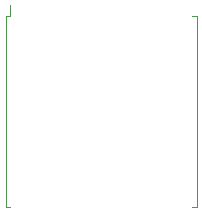
<source format=gbr>
%TF.GenerationSoftware,KiCad,Pcbnew,(6.0.0)*%
%TF.CreationDate,2023-04-18T16:07:59-05:00*%
%TF.ProjectId,SX1262,53583132-3632-42e6-9b69-6361645f7063,rev?*%
%TF.SameCoordinates,Original*%
%TF.FileFunction,Legend,Bot*%
%TF.FilePolarity,Positive*%
%FSLAX46Y46*%
G04 Gerber Fmt 4.6, Leading zero omitted, Abs format (unit mm)*
G04 Created by KiCad (PCBNEW (6.0.0)) date 2023-04-18 16:07:59*
%MOMM*%
%LPD*%
G01*
G04 APERTURE LIST*
%ADD10C,0.120000*%
G04 APERTURE END LIST*
D10*
%TO.C,U102*%
X156620000Y-59100000D02*
X156620000Y-75300000D01*
X140420000Y-75300000D02*
X140820000Y-75300000D01*
X140420000Y-59100000D02*
X140420000Y-75300000D01*
X140770000Y-59100000D02*
X140770000Y-58200000D01*
X156620000Y-75300000D02*
X156220000Y-75300000D01*
X140420000Y-59100000D02*
X140770000Y-59100000D01*
X156220000Y-59100000D02*
X156620000Y-59100000D01*
%TD*%
M02*

</source>
